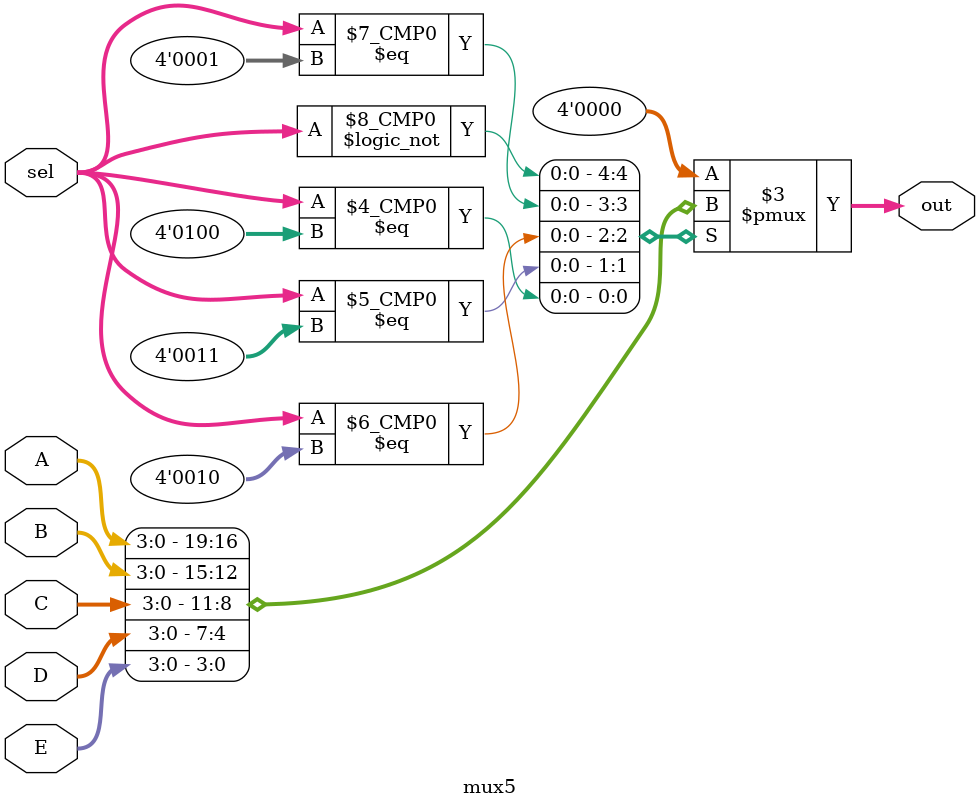
<source format=sv>
`timescale 1ns / 1ps
/*
NOMBRE MODULO: mux5
FECHA DE CREACIÓN: 30-3-2023
FECHA DE MODIFICACIÓN:
FUNCION: multiplexor 5:1 con entradas de 4 bits
*/
module mux5(
    input logic [3:0] A,B,C,D,E, //entradas de 4 bits
    input logic [3:0] sel,      //selector de 3 bits
    output logic [3:0] out      //salida de nombre out de 4 bits
    );
    
    always_comb begin 
    case(sel)                   //sel será lo que se observará
        3'd0 : out = A;        //si sel es 00 entonces out es A
        3'd1 : out = B;
        3'd2 : out = C; 
        3'd3 : out = D;
        3'd4 : out = E;         
    default: out = 4'd0;     //si nada de lo anterior se cumple entonces out es 1111
    endcase  
    end 
endmodule

</source>
